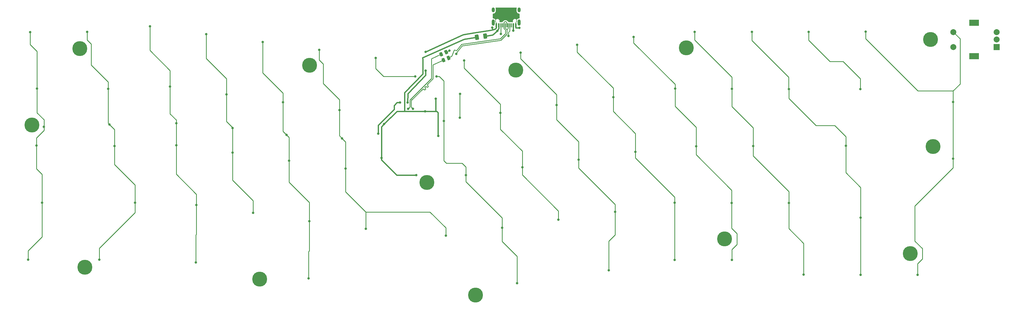
<source format=gtl>
%TF.GenerationSoftware,KiCad,Pcbnew,(5.1.9)-1*%
%TF.CreationDate,2021-06-28T23:02:46+01:00*%
%TF.ProjectId,Paul PCB KICAD,5061756c-2050-4434-9220-4b494341442e,rev?*%
%TF.SameCoordinates,Original*%
%TF.FileFunction,Copper,L1,Top*%
%TF.FilePolarity,Positive*%
%FSLAX46Y46*%
G04 Gerber Fmt 4.6, Leading zero omitted, Abs format (unit mm)*
G04 Created by KiCad (PCBNEW (5.1.9)-1) date 2021-06-28 23:02:46*
%MOMM*%
%LPD*%
G01*
G04 APERTURE LIST*
%TA.AperFunction,ComponentPad*%
%ADD10C,5.000000*%
%TD*%
%TA.AperFunction,ComponentPad*%
%ADD11C,2.000000*%
%TD*%
%TA.AperFunction,ComponentPad*%
%ADD12R,3.200000X2.000000*%
%TD*%
%TA.AperFunction,ComponentPad*%
%ADD13R,2.000000X2.000000*%
%TD*%
%TA.AperFunction,ComponentPad*%
%ADD14O,1.000000X1.600000*%
%TD*%
%TA.AperFunction,ComponentPad*%
%ADD15O,1.000000X2.100000*%
%TD*%
%TA.AperFunction,SMDPad,CuDef*%
%ADD16R,0.300000X1.450000*%
%TD*%
%TA.AperFunction,SMDPad,CuDef*%
%ADD17R,0.600000X1.450000*%
%TD*%
%TA.AperFunction,ViaPad*%
%ADD18C,0.800000*%
%TD*%
%TA.AperFunction,Conductor*%
%ADD19C,0.400000*%
%TD*%
%TA.AperFunction,Conductor*%
%ADD20C,0.200000*%
%TD*%
%TA.AperFunction,Conductor*%
%ADD21C,0.250000*%
%TD*%
%TA.AperFunction,Conductor*%
%ADD22C,0.254000*%
%TD*%
%TA.AperFunction,Conductor*%
%ADD23C,0.100000*%
%TD*%
G04 APERTURE END LIST*
D10*
%TO.P,2.5,1*%
%TO.N,N/C*%
X133136887Y35392650D03*
%TD*%
%TO.P,2.5,1*%
%TO.N,N/C*%
X77258161Y3003314D03*
%TD*%
%TO.P,2.5,1*%
%TO.N,N/C*%
X219885384Y80385180D03*
%TD*%
%TO.P,2.5,1*%
%TO.N,N/C*%
X18906250Y7000000D03*
%TD*%
%TO.P,2.5,1*%
%TO.N,N/C*%
X162859822Y72980677D03*
%TD*%
%TO.P,2.5,1*%
%TO.N,N/C*%
X294750250Y11573500D03*
%TD*%
%TO.P,2.5,1*%
%TO.N,N/C*%
X93981649Y74572360D03*
%TD*%
%TO.P,2.5,1*%
%TO.N,N/C*%
X149396946Y-2325869D03*
%TD*%
%TO.P,2.5,1*%
%TO.N,N/C*%
X302349875Y47386750D03*
%TD*%
%TO.P,2.5,1*%
%TO.N,N/C*%
X17192000Y80200000D03*
%TD*%
%TO.P,2.5,1*%
%TO.N,N/C*%
X232647250Y16524999D03*
%TD*%
%TO.P,2.5,1*%
%TO.N,N/C*%
X301512250Y83200000D03*
%TD*%
%TO.P,2.5,1*%
%TO.N,N/C*%
X1152800Y54625000D03*
%TD*%
D11*
%TO.P,RotaryEncoder1,S1*%
%TO.N,COL14*%
X309080000Y85700000D03*
%TO.P,RotaryEncoder1,S2*%
%TO.N,Rot.Enc.2*%
X309080000Y80700000D03*
D12*
%TO.P,RotaryEncoder1,MP*%
%TO.N,N/C*%
X316080000Y88800000D03*
X316080000Y77600000D03*
D11*
%TO.P,RotaryEncoder1,B*%
%TO.N,Rot.Enc.A*%
X323580000Y85700000D03*
%TO.P,RotaryEncoder1,C*%
%TO.N,Rot.Enc.C*%
X323580000Y83200000D03*
D13*
%TO.P,RotaryEncoder1,A*%
%TO.N,Rot.Enc.B*%
X323580000Y80700000D03*
%TD*%
D14*
%TO.P,USB1,13*%
%TO.N,Net-(C1-Pad2)*%
X155310000Y93080000D03*
X163950000Y93080000D03*
D15*
X155310000Y88900000D03*
X163950000Y88900000D03*
D16*
%TO.P,USB1,6*%
%TO.N,D+*%
X159880000Y87985000D03*
%TO.P,USB1,7*%
%TO.N,D-*%
X159380000Y87985000D03*
%TO.P,USB1,8*%
%TO.N,D+*%
X158880000Y87985000D03*
%TO.P,USB1,5*%
%TO.N,D-*%
X160380000Y87985000D03*
%TO.P,USB1,9*%
%TO.N,Net-(USB1-Pad9)*%
X158380000Y87985000D03*
%TO.P,USB1,4*%
%TO.N,Net-(R2-Pad2)*%
X160880000Y87985000D03*
%TO.P,USB1,10*%
%TO.N,Net-(R3-Pad2)*%
X157880000Y87985000D03*
%TO.P,USB1,3*%
%TO.N,Net-(USB1-Pad3)*%
X161380000Y87985000D03*
D17*
%TO.P,USB1,2*%
%TO.N,VCC*%
X162080000Y87985000D03*
%TO.P,USB1,11*%
X157180000Y87985000D03*
%TO.P,USB1,1*%
%TO.N,GND*%
X162855000Y87985000D03*
%TO.P,USB1,12*%
X156405000Y87985000D03*
%TD*%
%TO.P,R5,2*%
%TO.N,D+*%
%TA.AperFunction,SMDPad,CuDef*%
G36*
G01*
X140109444Y76432963D02*
X139750569Y77258319D01*
G75*
G02*
X139880146Y77587270I229264J99687D01*
G01*
X140361605Y77796614D01*
G75*
G02*
X140690556Y77667037I99687J-229264D01*
G01*
X141049431Y76841681D01*
G75*
G02*
X140919854Y76512730I-229264J-99687D01*
G01*
X140438395Y76303386D01*
G75*
G02*
X140109444Y76432963I-99687J229264D01*
G01*
G37*
%TD.AperFunction*%
%TO.P,R5,1*%
%TO.N,/Data_P*%
%TA.AperFunction,SMDPad,CuDef*%
G36*
G01*
X138435810Y75705245D02*
X138076935Y76530601D01*
G75*
G02*
X138206512Y76859552I229264J99687D01*
G01*
X138687971Y77068896D01*
G75*
G02*
X139016922Y76939319I99687J-229264D01*
G01*
X139375797Y76113963D01*
G75*
G02*
X139246220Y75785012I-229264J-99687D01*
G01*
X138764761Y75575668D01*
G75*
G02*
X138435810Y75705245I-99687J229264D01*
G01*
G37*
%TD.AperFunction*%
%TD*%
%TO.P,R4,2*%
%TO.N,D-*%
%TA.AperFunction,SMDPad,CuDef*%
G36*
G01*
X139309444Y78382963D02*
X138950569Y79208319D01*
G75*
G02*
X139080146Y79537270I229264J99687D01*
G01*
X139561605Y79746614D01*
G75*
G02*
X139890556Y79617037I99687J-229264D01*
G01*
X140249431Y78791681D01*
G75*
G02*
X140119854Y78462730I-229264J-99687D01*
G01*
X139638395Y78253386D01*
G75*
G02*
X139309444Y78382963I-99687J229264D01*
G01*
G37*
%TD.AperFunction*%
%TO.P,R4,1*%
%TO.N,/Data_N*%
%TA.AperFunction,SMDPad,CuDef*%
G36*
G01*
X137635810Y77655245D02*
X137276935Y78480601D01*
G75*
G02*
X137406512Y78809552I229264J99687D01*
G01*
X137887971Y79018896D01*
G75*
G02*
X138216922Y78889319I99687J-229264D01*
G01*
X138575797Y78063963D01*
G75*
G02*
X138446220Y77735012I-229264J-99687D01*
G01*
X137964761Y77525668D01*
G75*
G02*
X137635810Y77655245I-99687J229264D01*
G01*
G37*
%TD.AperFunction*%
%TD*%
%TO.P,F1,2*%
%TO.N,VCC*%
%TA.AperFunction,SMDPad,CuDef*%
G36*
G01*
X152118066Y83644100D02*
X151944099Y84881935D01*
G75*
G02*
X152156873Y85164295I247567J34793D01*
G01*
X152899574Y85268674D01*
G75*
G02*
X153181934Y85055900I34793J-247567D01*
G01*
X153355901Y83818065D01*
G75*
G02*
X153143127Y83535705I-247567J-34793D01*
G01*
X152400426Y83431326D01*
G75*
G02*
X152118066Y83644100I-34793J247567D01*
G01*
G37*
%TD.AperFunction*%
%TO.P,F1,1*%
%TO.N,+5V*%
%TA.AperFunction,SMDPad,CuDef*%
G36*
G01*
X149345316Y83254416D02*
X149171349Y84492251D01*
G75*
G02*
X149384123Y84774611I247567J34793D01*
G01*
X150126824Y84878990D01*
G75*
G02*
X150409184Y84666216I34793J-247567D01*
G01*
X150583151Y83428381D01*
G75*
G02*
X150370377Y83146021I-247567J-34793D01*
G01*
X149627676Y83041642D01*
G75*
G02*
X149345316Y83254416I-34793J247567D01*
G01*
G37*
%TD.AperFunction*%
%TD*%
D18*
%TO.N,+5V*%
X118000000Y43600000D03*
X118900000Y54900000D03*
X129600000Y37800000D03*
X136950000Y50950000D03*
X132570000Y59170000D03*
X136100000Y63400000D03*
%TO.N,GND*%
X126750000Y62100000D03*
X124200000Y62100000D03*
X116900000Y51700000D03*
X132750000Y72800000D03*
X132713878Y79061122D03*
X154992414Y87192414D03*
X164101262Y87126262D03*
%TO.N,VCC*%
X156725000Y86125000D03*
X162075000Y86150000D03*
%TO.N,COL0*%
X585000Y85685000D03*
X2875000Y66775000D03*
X2700000Y47750000D03*
X4600000Y28585000D03*
X-105000Y9520000D03*
X5190000Y53970000D03*
%TO.N,D-*%
X140700000Y79475000D03*
X143019117Y78380883D03*
%TO.N,COL4*%
X93650000Y3300000D03*
X93900000Y22450000D03*
X87100000Y42650000D03*
X85100000Y62200000D03*
X78300000Y82350000D03*
X86230000Y51320000D03*
%TO.N,Net-(R2-Pad2)*%
X160450000Y84375000D03*
%TO.N,Net-(R3-Pad2)*%
X157875000Y85100000D03*
%TO.N,COL1*%
X23735000Y9585000D03*
X35635000Y28580000D03*
X28805000Y47600000D03*
X26685000Y66685000D03*
X19625000Y85750000D03*
X27055000Y54795000D03*
%TO.N,COL2*%
X55950000Y8600000D03*
X56150000Y27800000D03*
X49400000Y47850000D03*
X47350000Y67500000D03*
X40600000Y87650000D03*
X49400000Y55180000D03*
%TO.N,COL3*%
X75100000Y25200000D03*
X68250000Y45400000D03*
X66200000Y64850000D03*
X59400000Y85000000D03*
X68250000Y53610000D03*
%TO.N,COL5*%
X139500000Y17600000D03*
X112750000Y19850000D03*
X106000000Y40000000D03*
X103950000Y59550000D03*
X97200000Y79700000D03*
X104840000Y50110000D03*
%TO.N,COL6*%
X163300000Y1700000D03*
X158300000Y20250000D03*
X146200000Y37800000D03*
X138850000Y55950000D03*
X116050000Y77050000D03*
X136350000Y70850000D03*
X129250000Y70850000D03*
%TO.N,COL7*%
X177150000Y22900000D03*
X165050000Y40450000D03*
X157750000Y58650000D03*
X145650000Y76200000D03*
%TO.N,COL8*%
X193950000Y6000000D03*
X196050000Y25550000D03*
X183900000Y43000000D03*
X176550000Y61300000D03*
X164500000Y78800000D03*
%TO.N,COL9*%
X216000000Y9500000D03*
X216000000Y28600000D03*
X202850000Y45650000D03*
X195450000Y63950000D03*
X183400000Y81450000D03*
%TO.N,COL10*%
X235100000Y9500000D03*
X235050000Y28500000D03*
X223150000Y47500000D03*
X216100000Y66750000D03*
X202250000Y84100000D03*
%TO.N,COL11*%
X259100000Y4600000D03*
X254150000Y28550000D03*
X242200000Y47550000D03*
X235100000Y66700000D03*
X222650000Y85750000D03*
%TO.N,COL12*%
X278150000Y4500000D03*
X278150000Y23650000D03*
X273200000Y47650000D03*
X254150000Y66650000D03*
X241800000Y85750000D03*
%TO.N,COL13*%
X278000000Y66650000D03*
X260800000Y85750000D03*
%TO.N,COL14*%
X297150000Y4500000D03*
X309050000Y43300000D03*
X309000000Y62300000D03*
X279850000Y85800000D03*
%TO.N,/Reset*%
X144250000Y65050000D03*
X144200000Y57023458D03*
%TO.N,/Data_N*%
X126910000Y60050000D03*
%TO.N,/Data_P*%
X128500000Y60040000D03*
%TD*%
D19*
%TO.N,+5V*%
X131810000Y76530000D02*
X131840000Y71710000D01*
X131840000Y71710000D02*
X125730000Y65460000D01*
X125730000Y65460000D02*
X125730000Y59170000D01*
X123170000Y59170000D02*
X125730000Y59170000D01*
X118000000Y54000000D02*
X118900000Y54900000D01*
X118000000Y42900000D02*
X118000000Y43600000D01*
X123100000Y37800000D02*
X118000000Y42900000D01*
X118000000Y43600000D02*
X118000000Y54000000D01*
X118900000Y54900000D02*
X123170000Y59170000D01*
X123100000Y37800000D02*
X129600000Y37800000D01*
X129600000Y37800000D02*
X129700000Y37800000D01*
X129600000Y37800000D02*
X129600000Y37800000D01*
X136900000Y51000000D02*
X136950000Y50950000D01*
X136900000Y58740000D02*
X136900000Y51000000D01*
X136470000Y59170000D02*
X136900000Y58740000D01*
X125730000Y59170000D02*
X132570000Y59170000D01*
X136100000Y59200000D02*
X136070000Y59170000D01*
X136100000Y63400000D02*
X136100000Y59200000D01*
X136070000Y59170000D02*
X136470000Y59170000D01*
X132570000Y59170000D02*
X136070000Y59170000D01*
X149877250Y83960316D02*
X145625000Y83275000D01*
X145625000Y83275000D02*
X131750000Y77075000D01*
X131750000Y77075000D02*
X131810000Y76530000D01*
%TO.N,GND*%
X132750000Y71700000D02*
X132750000Y71300000D01*
X132750000Y71300000D02*
X126800000Y65100000D01*
X126800000Y65100000D02*
X126750000Y62100000D01*
X126750000Y62100000D02*
X126750000Y62100000D01*
X124200000Y62100000D02*
X123200000Y62100000D01*
X123200000Y62100000D02*
X122250000Y61150000D01*
X122250000Y61150000D02*
X122250000Y59850000D01*
X122250000Y59850000D02*
X116900000Y54500000D01*
X116900000Y54500000D02*
X116900000Y51700000D01*
X116900000Y51700000D02*
X116900000Y51700000D01*
X132750000Y72800000D02*
X132750000Y71700000D01*
D20*
X156405000Y88839998D02*
X156114999Y89129999D01*
X156405000Y87985000D02*
X156405000Y88839998D01*
X163145001Y89145001D02*
X162850000Y88850000D01*
X162855000Y88845000D02*
X162855000Y87985000D01*
X162850000Y88850000D02*
X162855000Y88845000D01*
X163145001Y89145001D02*
X163145001Y91445001D01*
X156114999Y89129999D02*
X156114999Y91414999D01*
D19*
X156405000Y87985000D02*
X156405000Y87080000D01*
X156405000Y87080000D02*
X155925000Y86650000D01*
X154275000Y86275000D02*
X148725000Y85400000D01*
X148725000Y85400000D02*
X145300000Y84800000D01*
X145300000Y84800000D02*
X132713878Y79061122D01*
X155110185Y86464815D02*
X154992414Y87192414D01*
X155925000Y86650000D02*
X155110185Y86464815D01*
X155110185Y86464815D02*
X154275000Y86275000D01*
X164101262Y87126262D02*
X162850000Y87125000D01*
X162850000Y87125000D02*
X162855000Y87985000D01*
%TO.N,VCC*%
X157180000Y87985000D02*
X157175000Y86975000D01*
X157175000Y86975000D02*
X156725000Y86125000D01*
X156725000Y86125000D02*
X155151412Y84723588D01*
X155151412Y84723588D02*
X152650000Y84350000D01*
X156725000Y86125000D02*
X156725000Y86125000D01*
X162080000Y87985000D02*
X162075000Y86150000D01*
X162075000Y86150000D02*
X162075000Y86150000D01*
D21*
%TO.N,COL0*%
X-105000Y12495000D02*
X-105000Y9520000D01*
X4585000Y17185000D02*
X-105000Y12495000D01*
X4585000Y28570000D02*
X4585000Y17185000D01*
X2875000Y79225000D02*
X2875000Y66775000D01*
X585000Y81515000D02*
X2875000Y79225000D01*
X585000Y85720000D02*
X585000Y85685000D01*
X585000Y85685000D02*
X585000Y81515000D01*
X4600000Y38050000D02*
X4600000Y28585000D01*
X5200000Y52800000D02*
X2700000Y50300000D01*
X5200000Y56350000D02*
X5200000Y54050000D01*
X2700000Y50300000D02*
X2700000Y47750000D01*
X2875000Y58675000D02*
X5200000Y56350000D01*
X2700000Y39950000D02*
X4600000Y38050000D01*
X2875000Y66775000D02*
X2875000Y58675000D01*
X2700000Y47750000D02*
X2700000Y39950000D01*
X4600000Y28585000D02*
X4600000Y28585000D01*
X-105000Y9520000D02*
X-105000Y9520000D01*
X5200000Y54050000D02*
X5200000Y52800000D01*
%TO.N,D-*%
X159355001Y87960001D02*
X159380000Y87985000D01*
X160380000Y87730000D02*
X160355001Y87705001D01*
X160380000Y87985000D02*
X160380000Y87730000D01*
X159880002Y86525000D02*
X159355001Y87050001D01*
X159355001Y87050001D02*
X159355001Y87960001D01*
X160355001Y87705001D02*
X160355001Y86999999D01*
X160355001Y86999999D02*
X159880002Y86525000D01*
X142925000Y78175000D02*
X142925000Y78175000D01*
X143019117Y78380883D02*
X142925000Y78175000D01*
X140700000Y79475000D02*
X139600000Y79000000D01*
X143325000Y79050000D02*
X143019117Y78380883D01*
X157893200Y82975000D02*
X144950000Y81125000D01*
X159880002Y86525000D02*
X159880002Y84961802D01*
X159880002Y84961802D02*
X157893200Y82975000D01*
X144950000Y81125000D02*
X143325000Y79050000D01*
%TO.N,D+*%
X158880000Y87830000D02*
X158875000Y87825000D01*
X158880000Y87985000D02*
X158880000Y87830000D01*
X158880000Y87985000D02*
X158900000Y89000000D01*
X158900000Y89000000D02*
X159250000Y89250000D01*
X159250000Y89250000D02*
X159500000Y89250000D01*
X159500000Y89250000D02*
X159875000Y89000000D01*
X159875000Y89000000D02*
X159880000Y87985000D01*
X158880000Y87985000D02*
X158880000Y86920000D01*
X159454992Y85173192D02*
X157706800Y83425000D01*
X158880000Y86920000D02*
X159454992Y86345008D01*
X143075000Y79475000D02*
X142335000Y79735000D01*
X157706800Y83425000D02*
X144750000Y81575000D01*
X144750000Y81575000D02*
X144650000Y81550000D01*
X141450000Y77600000D02*
X140400000Y77050000D01*
X159454992Y86345008D02*
X159454992Y85173192D01*
X142335000Y79735000D02*
X141450000Y77600000D01*
X143075000Y79475000D02*
X144650000Y81550000D01*
%TO.N,COL4*%
X78300000Y82350000D02*
X78300000Y72050000D01*
X85100000Y65250000D02*
X85100000Y62200000D01*
X78300000Y72050000D02*
X85100000Y65250000D01*
X85100000Y62200000D02*
X85100000Y52450000D01*
X87100000Y50450000D02*
X87100000Y42650000D01*
X85100000Y52450000D02*
X86230000Y51320000D01*
X87100000Y42650000D02*
X87100000Y35450000D01*
X93900000Y28650000D02*
X93900000Y22450000D01*
X87100000Y35450000D02*
X93900000Y28650000D01*
X93900000Y22450000D02*
X93900000Y12550000D01*
X93650000Y12300000D02*
X93650000Y3300000D01*
X93900000Y12550000D02*
X93650000Y12300000D01*
X86230000Y51320000D02*
X87100000Y50450000D01*
%TO.N,Net-(R2-Pad2)*%
X160880000Y87985000D02*
X160875000Y86125000D01*
X160875000Y86125000D02*
X160450000Y85625000D01*
X160450000Y85625000D02*
X160450000Y84375000D01*
%TO.N,Net-(R3-Pad2)*%
X157880000Y87985000D02*
X157875000Y85100000D01*
X157875000Y85100000D02*
X157875000Y85100000D01*
%TO.N,COL1*%
X19625000Y83025000D02*
X20950000Y81700000D01*
X20950000Y81700000D02*
X20950000Y74700000D01*
X26685000Y68965000D02*
X26685000Y66685000D01*
X20950000Y74700000D02*
X26685000Y68965000D01*
X26685000Y66680000D02*
X26685000Y55165000D01*
X28805000Y53045000D02*
X28805000Y47600000D01*
X26685000Y55165000D02*
X27055000Y54795000D01*
X28805000Y47600000D02*
X28805000Y41395000D01*
X35635000Y34565000D02*
X35635000Y28580000D01*
X28805000Y41395000D02*
X35635000Y34565000D01*
X35635000Y28580000D02*
X35635000Y25285000D01*
X23735000Y13385000D02*
X23735000Y9585000D01*
X35635000Y25285000D02*
X23735000Y13385000D01*
X19625000Y85750000D02*
X19625000Y83025000D01*
X27055000Y54795000D02*
X28805000Y53045000D01*
%TO.N,COL2*%
X40600000Y87650000D02*
X40600000Y79550000D01*
X47350000Y72800000D02*
X47350000Y67500000D01*
X40600000Y79550000D02*
X47350000Y72800000D01*
X47350000Y67500000D02*
X47350000Y58300000D01*
X49400000Y56250000D02*
X49400000Y55180000D01*
X47350000Y58300000D02*
X49400000Y56250000D01*
X49400000Y47850000D02*
X49400000Y38150000D01*
X56150000Y31400000D02*
X56150000Y27800000D01*
X49400000Y38150000D02*
X56150000Y31400000D01*
X56150000Y27800000D02*
X56150000Y18050000D01*
X55950000Y17850000D02*
X55950000Y8600000D01*
X56150000Y18050000D02*
X55950000Y17850000D01*
X49400000Y55180000D02*
X49400000Y47850000D01*
%TO.N,COL3*%
X59400000Y85000000D02*
X59400000Y76850000D01*
X66200000Y70050000D02*
X66200000Y64850000D01*
X59400000Y76850000D02*
X66200000Y70050000D01*
X66200000Y64850000D02*
X66200000Y55800000D01*
X68250000Y53750000D02*
X68250000Y53610000D01*
X66200000Y55800000D02*
X68250000Y53750000D01*
X68250000Y45400000D02*
X68250000Y36100000D01*
X75100000Y29250000D02*
X75100000Y25200000D01*
X68250000Y36100000D02*
X75100000Y29250000D01*
X68250000Y53610000D02*
X68250000Y45400000D01*
%TO.N,COL5*%
X103950000Y63050000D02*
X103950000Y59550000D01*
X98550000Y68450000D02*
X103950000Y63050000D01*
X98550000Y75000000D02*
X98550000Y68450000D01*
X97200000Y76350000D02*
X98550000Y75000000D01*
X97200000Y79700000D02*
X97200000Y76350000D01*
X103950000Y59550000D02*
X103950000Y51000000D01*
X106000000Y48950000D02*
X106000000Y40000000D01*
X103950000Y51000000D02*
X104840000Y50110000D01*
X106000000Y40000000D02*
X106000000Y32250000D01*
X112750000Y25500000D02*
X112750000Y19850000D01*
X106000000Y32250000D02*
X112750000Y25500000D01*
X112750000Y25500000D02*
X134200000Y25500000D01*
X139500000Y20200000D02*
X139500000Y17600000D01*
X134200000Y25500000D02*
X139500000Y20200000D01*
X104840000Y50110000D02*
X106000000Y48950000D01*
%TO.N,COL6*%
X116050000Y77050000D02*
X116050000Y74110435D01*
X116050000Y74110435D02*
X116050000Y73450000D01*
X116050000Y73450000D02*
X118650000Y70850000D01*
X136350000Y70850000D02*
X137350000Y70850000D01*
X138850000Y69350000D02*
X138850000Y55950000D01*
X137350000Y70850000D02*
X138850000Y69350000D01*
X118650000Y70850000D02*
X118650000Y70850000D01*
X146200000Y37800000D02*
X146200000Y35650000D01*
X158300000Y23550000D02*
X158300000Y20250000D01*
X146200000Y35650000D02*
X158300000Y23550000D01*
X158300000Y20250000D02*
X158300000Y15650000D01*
X163300000Y10650000D02*
X163300000Y1700000D01*
X158300000Y15650000D02*
X163300000Y10650000D01*
X138850000Y42690364D02*
X139690364Y41850000D01*
X138850000Y55950000D02*
X138850000Y42690364D01*
X139690364Y41850000D02*
X144900000Y41850000D01*
X146200000Y40550000D02*
X146200000Y37800000D01*
X144900000Y41850000D02*
X146200000Y40550000D01*
X118650000Y70850000D02*
X129250000Y70850000D01*
X129250000Y70850000D02*
X129250000Y70850000D01*
%TO.N,COL7*%
X145650000Y73650000D02*
X157750000Y61550000D01*
X157750000Y61550000D02*
X157750000Y58650000D01*
X145650000Y76200000D02*
X145650000Y73650000D01*
X157750000Y58650000D02*
X157750000Y53150000D01*
X165050000Y45850000D02*
X165050000Y40450000D01*
X157750000Y53150000D02*
X165050000Y45850000D01*
X165050000Y40450000D02*
X165050000Y37900000D01*
X177150000Y25800000D02*
X177150000Y22900000D01*
X165050000Y37900000D02*
X177150000Y25800000D01*
%TO.N,COL8*%
X164500000Y78800000D02*
X164500000Y76800000D01*
X176550000Y64750000D02*
X176550000Y61300000D01*
X164500000Y76800000D02*
X176550000Y64750000D01*
X176550000Y61300000D02*
X176550000Y56400000D01*
X183900000Y49050000D02*
X183900000Y43000000D01*
X176550000Y56400000D02*
X183900000Y49050000D01*
X183900000Y43000000D02*
X183900000Y40200000D01*
X196050000Y28050000D02*
X196050000Y25550000D01*
X183900000Y40200000D02*
X196050000Y28050000D01*
X196050000Y25550000D02*
X196050000Y17850000D01*
X193950000Y15750000D02*
X193950000Y6000000D01*
X196050000Y17850000D02*
X193950000Y15750000D01*
%TO.N,COL9*%
X183400000Y81450000D02*
X183400000Y79000000D01*
X195450000Y66950000D02*
X195450000Y63950000D01*
X183400000Y79000000D02*
X195450000Y66950000D01*
X195450000Y63950000D02*
X195450000Y59150000D01*
X202850000Y51750000D02*
X202850000Y45650000D01*
X195450000Y59150000D02*
X202850000Y51750000D01*
X202850000Y45650000D02*
X202850000Y43600000D01*
X216000000Y30450000D02*
X216000000Y28600000D01*
X202850000Y43600000D02*
X216000000Y30450000D01*
X216000000Y28600000D02*
X216000000Y9500000D01*
%TO.N,COL10*%
X202250000Y84100000D02*
X202250000Y82050000D01*
X216100000Y68200000D02*
X216100000Y66750000D01*
X202250000Y82050000D02*
X216100000Y68200000D01*
X216100000Y66750000D02*
X216100000Y60850000D01*
X223150000Y53800000D02*
X223150000Y47500000D01*
X216100000Y60850000D02*
X223150000Y53800000D01*
X223150000Y47500000D02*
X223150000Y44650000D01*
X235050000Y32750000D02*
X235050000Y28500000D01*
X223150000Y44650000D02*
X235050000Y32750000D01*
X235050000Y28500000D02*
X235050000Y20050000D01*
X235050000Y20050000D02*
X236800000Y18300000D01*
X236800000Y18300000D02*
X236800000Y14600000D01*
X235100000Y12900000D02*
X235100000Y9500000D01*
X236800000Y14600000D02*
X235100000Y12900000D01*
%TO.N,COL11*%
X222650000Y85750000D02*
X222650000Y83050000D01*
X235100000Y70600000D02*
X235100000Y66700000D01*
X222650000Y83050000D02*
X235100000Y70600000D01*
X235100000Y66700000D02*
X235100000Y60800000D01*
X242200000Y53700000D02*
X242200000Y47550000D01*
X235100000Y60800000D02*
X242200000Y53700000D01*
X242200000Y47550000D02*
X242200000Y44250000D01*
X254150000Y32300000D02*
X254150000Y28550000D01*
X242200000Y44250000D02*
X254150000Y32300000D01*
X254150000Y28550000D02*
X254150000Y19950000D01*
X259100000Y15000000D02*
X259100000Y4600000D01*
X254150000Y19950000D02*
X259100000Y15000000D01*
%TO.N,COL12*%
X241800000Y85750000D02*
X241800000Y82850000D01*
X241800000Y82850000D02*
X254050000Y70600000D01*
X254050000Y66750000D02*
X254150000Y66650000D01*
X254050000Y70600000D02*
X254050000Y66750000D01*
X273200000Y50700000D02*
X273200000Y47650000D01*
X269450000Y54450000D02*
X273200000Y50700000D01*
X263227978Y54450000D02*
X269450000Y54450000D01*
X254150000Y63527978D02*
X263227978Y54450000D01*
X254150000Y66650000D02*
X254150000Y63527978D01*
X273200000Y47650000D02*
X273200000Y38650000D01*
X278150000Y33700000D02*
X278150000Y23650000D01*
X273200000Y38650000D02*
X278150000Y33700000D01*
X278150000Y23650000D02*
X278150000Y4500000D01*
%TO.N,COL13*%
X260800000Y85750000D02*
X260800000Y82950000D01*
X260800000Y82950000D02*
X267900000Y75850000D01*
X267900000Y75850000D02*
X272250000Y75850000D01*
X278000000Y70100000D02*
X278000000Y66650000D01*
X272250000Y75850000D02*
X278000000Y70100000D01*
%TO.N,COL14*%
X309080000Y85700000D02*
X311350000Y83430000D01*
X311350000Y83430000D02*
X311350000Y68350000D01*
X309000000Y66000000D02*
X309000000Y62300000D01*
X311350000Y68350000D02*
X309000000Y66000000D01*
X309000000Y43350000D02*
X309050000Y43300000D01*
X309000000Y62300000D02*
X309000000Y43350000D01*
X298750000Y9800000D02*
X297150000Y8200000D01*
X298750000Y13250000D02*
X298750000Y9800000D01*
X296250000Y15750000D02*
X298750000Y13250000D01*
X296250000Y27500000D02*
X296250000Y15750000D01*
X309050000Y40300000D02*
X296250000Y27500000D01*
X297150000Y8200000D02*
X297150000Y4500000D01*
X309050000Y43300000D02*
X309050000Y40300000D01*
X297285248Y66000000D02*
X309000000Y66000000D01*
X279850000Y83435248D02*
X297285248Y66000000D01*
X279850000Y85800000D02*
X279850000Y83435248D01*
%TO.N,/Reset*%
X144200000Y65000000D02*
X144250000Y65050000D01*
X144200000Y57023458D02*
X144200000Y65000000D01*
D20*
%TO.N,/Data_N*%
X126910000Y60050000D02*
X126910000Y60050000D01*
D21*
X134732638Y76817362D02*
X137926366Y78272282D01*
X134730000Y70208200D02*
X134730000Y76573200D01*
X127485000Y62963200D02*
X134730000Y70208200D01*
X127485000Y60625000D02*
X127485000Y62963200D01*
X126910000Y60050000D02*
X127485000Y60625000D01*
X134730000Y76573200D02*
X134732638Y76817362D01*
D20*
%TO.N,/Data_P*%
X128500000Y60040000D02*
X128500000Y60040000D01*
D21*
X135200000Y74725000D02*
X138726366Y76322282D01*
X135200000Y73425000D02*
X135200000Y74725000D01*
X135210000Y70051800D02*
X135200000Y73425000D01*
X133413656Y68255456D02*
X135210000Y70051800D01*
X133371770Y68202933D02*
X133413656Y68255456D01*
X133342622Y68142407D02*
X133371770Y68202933D01*
X133327673Y68076913D02*
X133342622Y68142407D01*
X133327673Y68009734D02*
X133327673Y68076913D01*
X132718473Y66669577D02*
X132718473Y66736756D01*
X132632492Y66491035D02*
X132674377Y66543557D01*
X132494094Y67095711D02*
X132479145Y67161206D01*
X133567001Y67518105D02*
X133567001Y67585284D01*
X132386771Y66405053D02*
X132453950Y66405053D01*
X132674377Y66862776D02*
X132632492Y66915299D01*
X132321276Y66420002D02*
X132386771Y66405053D01*
X132579970Y66449150D02*
X132632492Y66491035D01*
X128500000Y60040000D02*
X127935000Y60605000D01*
X132674377Y66543557D02*
X132703524Y66604083D01*
X127935000Y60605000D02*
X127935000Y62776800D01*
X127935000Y62776800D02*
X131716600Y66558400D01*
X131716600Y66558400D02*
X131769122Y66600285D01*
X131769122Y66600285D02*
X131829648Y66629432D01*
X131829648Y66629432D02*
X131895142Y66644381D01*
X132632492Y66915299D02*
X132565127Y66982663D01*
X131895142Y66644381D02*
X131962321Y66644381D01*
X132523242Y67035186D02*
X132494094Y67095711D01*
X133371770Y67883714D02*
X133342622Y67944239D01*
X131962321Y66644381D02*
X132027815Y66629432D01*
X132565127Y66982663D02*
X132523242Y67035186D01*
X133413655Y67831191D02*
X133371770Y67883714D01*
X132027815Y66629432D02*
X132088341Y66600285D01*
X132718473Y66736756D02*
X132703524Y66802250D01*
X132088341Y66600285D02*
X132140864Y66558400D01*
X132140864Y66558400D02*
X132208228Y66491035D01*
X132703524Y66802250D02*
X132674377Y66862776D01*
X132208228Y66491035D02*
X132260751Y66449150D01*
X132703524Y66604083D02*
X132718473Y66669577D01*
X132260751Y66449150D02*
X132321276Y66420002D01*
X132479145Y67161206D02*
X132479145Y67228385D01*
X133342622Y67944239D02*
X133327673Y68009734D01*
X132479145Y67228385D02*
X132494094Y67293879D01*
X133552052Y67650778D02*
X133522905Y67711304D01*
X132494094Y67293879D02*
X132523242Y67354405D01*
X133567001Y67585284D02*
X133552052Y67650778D01*
X132523242Y67354405D02*
X132565128Y67406928D01*
X132565128Y67406928D02*
X132617650Y67448813D01*
X133481020Y67763827D02*
X133413655Y67831191D01*
X132617650Y67448813D02*
X132678176Y67477960D01*
X132678176Y67477960D02*
X132743670Y67492909D01*
X132743670Y67492909D02*
X132810849Y67492909D01*
X132810849Y67492909D02*
X132876343Y67477960D01*
X133522905Y67711304D02*
X133481020Y67763827D01*
X132453950Y66405053D02*
X132519444Y66420002D01*
X132876343Y67477960D02*
X132936869Y67448813D01*
X132936869Y67448813D02*
X132989392Y67406928D01*
X132989392Y67406928D02*
X133056756Y67339563D01*
X133056756Y67339563D02*
X133109279Y67297678D01*
X133109279Y67297678D02*
X133169804Y67268530D01*
X133169804Y67268530D02*
X133235299Y67253581D01*
X133235299Y67253581D02*
X133302478Y67253581D01*
X133302478Y67253581D02*
X133367972Y67268530D01*
X132519444Y66420002D02*
X132579970Y66449150D01*
X133367972Y67268530D02*
X133428498Y67297678D01*
X133428498Y67297678D02*
X133481020Y67339563D01*
X133481020Y67339563D02*
X133522905Y67392085D01*
X133522905Y67392085D02*
X133552052Y67452611D01*
X133552052Y67452611D02*
X133567001Y67518105D01*
%TD*%
D22*
%TO.N,GND*%
X163043004Y93755691D02*
X162987137Y93571525D01*
X162973000Y93427993D01*
X162973000Y92732008D01*
X162987137Y92588476D01*
X163043003Y92404310D01*
X163133724Y92234582D01*
X163255814Y92085814D01*
X163404582Y91963724D01*
X163574309Y91873003D01*
X163758475Y91817137D01*
X163950000Y91798273D01*
X163965486Y91799798D01*
X163988350Y90427950D01*
X163950000Y90431727D01*
X163758476Y90412863D01*
X163574310Y90356997D01*
X163404583Y90266276D01*
X163255815Y90144186D01*
X163133725Y89995418D01*
X163118070Y89966129D01*
X163031245Y90052954D01*
X162899890Y90140724D01*
X162753935Y90201180D01*
X162598990Y90232000D01*
X162441010Y90232000D01*
X162286065Y90201180D01*
X162140110Y90140724D01*
X162008755Y90052954D01*
X161897046Y89941245D01*
X161809276Y89809890D01*
X161748820Y89663935D01*
X161718000Y89508990D01*
X161718000Y89351010D01*
X161748820Y89196065D01*
X161752732Y89186621D01*
X161686492Y89180097D01*
X161655000Y89170544D01*
X161623508Y89180097D01*
X161530000Y89189307D01*
X161230000Y89189307D01*
X161136492Y89180097D01*
X161130000Y89178128D01*
X161123508Y89180097D01*
X161030000Y89189307D01*
X160730000Y89189307D01*
X160636492Y89180097D01*
X160630000Y89178128D01*
X160623508Y89180097D01*
X160530000Y89189307D01*
X160446645Y89189307D01*
X160433623Y89232075D01*
X160433065Y89233117D01*
X160432718Y89234240D01*
X160405135Y89285238D01*
X160377614Y89336597D01*
X160376864Y89337510D01*
X160376304Y89338544D01*
X160339314Y89383166D01*
X160302289Y89428184D01*
X160301374Y89428933D01*
X160300624Y89429838D01*
X160255491Y89466508D01*
X160233529Y89484493D01*
X160232560Y89485139D01*
X160208589Y89504615D01*
X160183347Y89517947D01*
X159858796Y89734316D01*
X159836071Y89752966D01*
X159809586Y89767122D01*
X159809329Y89767294D01*
X159784086Y89780753D01*
X159731490Y89808866D01*
X159731181Y89808960D01*
X159730905Y89809107D01*
X159674956Y89826015D01*
X159618012Y89843289D01*
X159617695Y89843320D01*
X159617391Y89843412D01*
X159559015Y89849100D01*
X159529566Y89852000D01*
X159529246Y89852000D01*
X159499368Y89854911D01*
X159470127Y89852000D01*
X159270140Y89852000D01*
X159231128Y89854617D01*
X159181662Y89848181D01*
X159131988Y89843289D01*
X159122924Y89840539D01*
X159113536Y89839318D01*
X159066267Y89823353D01*
X159018510Y89808866D01*
X159010159Y89804402D01*
X159001187Y89801372D01*
X158957935Y89776488D01*
X158913929Y89752966D01*
X158883695Y89728153D01*
X158586675Y89515996D01*
X158573903Y89509489D01*
X158538527Y89481604D01*
X158526036Y89472682D01*
X158515298Y89463294D01*
X158480773Y89436080D01*
X158470752Y89424349D01*
X158459128Y89414186D01*
X158432301Y89379335D01*
X158403753Y89345914D01*
X158396212Y89332450D01*
X158386795Y89320217D01*
X158367291Y89280818D01*
X158345803Y89242455D01*
X158341031Y89227771D01*
X158334185Y89213942D01*
X158327544Y89189307D01*
X158230000Y89189307D01*
X158136492Y89180097D01*
X158130000Y89178128D01*
X158123508Y89180097D01*
X158030000Y89189307D01*
X157730000Y89189307D01*
X157636492Y89180097D01*
X157605000Y89170544D01*
X157573508Y89180097D01*
X157507268Y89186621D01*
X157511180Y89196065D01*
X157542000Y89351010D01*
X157542000Y89508990D01*
X157511180Y89663935D01*
X157450724Y89809890D01*
X157362954Y89941245D01*
X157251245Y90052954D01*
X157119890Y90140724D01*
X156973935Y90201180D01*
X156818990Y90232000D01*
X156661010Y90232000D01*
X156506065Y90201180D01*
X156360110Y90140724D01*
X156228755Y90052954D01*
X156141931Y89966130D01*
X156126276Y89995418D01*
X156004186Y90144186D01*
X155855418Y90266276D01*
X155685691Y90356997D01*
X155501525Y90412863D01*
X155310000Y90431727D01*
X155277000Y90428477D01*
X155277000Y91801523D01*
X155310000Y91798273D01*
X155501524Y91817137D01*
X155685690Y91873003D01*
X155855418Y91963724D01*
X156004186Y92085814D01*
X156126276Y92234582D01*
X156216997Y92404309D01*
X156272863Y92588475D01*
X156287000Y92732007D01*
X156287000Y93427992D01*
X156272863Y93571524D01*
X156216997Y93755691D01*
X156188369Y93809251D01*
X163071632Y93809251D01*
X163043004Y93755691D01*
%TA.AperFunction,Conductor*%
D23*
G36*
X163043004Y93755691D02*
G01*
X162987137Y93571525D01*
X162973000Y93427993D01*
X162973000Y92732008D01*
X162987137Y92588476D01*
X163043003Y92404310D01*
X163133724Y92234582D01*
X163255814Y92085814D01*
X163404582Y91963724D01*
X163574309Y91873003D01*
X163758475Y91817137D01*
X163950000Y91798273D01*
X163965486Y91799798D01*
X163988350Y90427950D01*
X163950000Y90431727D01*
X163758476Y90412863D01*
X163574310Y90356997D01*
X163404583Y90266276D01*
X163255815Y90144186D01*
X163133725Y89995418D01*
X163118070Y89966129D01*
X163031245Y90052954D01*
X162899890Y90140724D01*
X162753935Y90201180D01*
X162598990Y90232000D01*
X162441010Y90232000D01*
X162286065Y90201180D01*
X162140110Y90140724D01*
X162008755Y90052954D01*
X161897046Y89941245D01*
X161809276Y89809890D01*
X161748820Y89663935D01*
X161718000Y89508990D01*
X161718000Y89351010D01*
X161748820Y89196065D01*
X161752732Y89186621D01*
X161686492Y89180097D01*
X161655000Y89170544D01*
X161623508Y89180097D01*
X161530000Y89189307D01*
X161230000Y89189307D01*
X161136492Y89180097D01*
X161130000Y89178128D01*
X161123508Y89180097D01*
X161030000Y89189307D01*
X160730000Y89189307D01*
X160636492Y89180097D01*
X160630000Y89178128D01*
X160623508Y89180097D01*
X160530000Y89189307D01*
X160446645Y89189307D01*
X160433623Y89232075D01*
X160433065Y89233117D01*
X160432718Y89234240D01*
X160405135Y89285238D01*
X160377614Y89336597D01*
X160376864Y89337510D01*
X160376304Y89338544D01*
X160339314Y89383166D01*
X160302289Y89428184D01*
X160301374Y89428933D01*
X160300624Y89429838D01*
X160255491Y89466508D01*
X160233529Y89484493D01*
X160232560Y89485139D01*
X160208589Y89504615D01*
X160183347Y89517947D01*
X159858796Y89734316D01*
X159836071Y89752966D01*
X159809586Y89767122D01*
X159809329Y89767294D01*
X159784086Y89780753D01*
X159731490Y89808866D01*
X159731181Y89808960D01*
X159730905Y89809107D01*
X159674956Y89826015D01*
X159618012Y89843289D01*
X159617695Y89843320D01*
X159617391Y89843412D01*
X159559015Y89849100D01*
X159529566Y89852000D01*
X159529246Y89852000D01*
X159499368Y89854911D01*
X159470127Y89852000D01*
X159270140Y89852000D01*
X159231128Y89854617D01*
X159181662Y89848181D01*
X159131988Y89843289D01*
X159122924Y89840539D01*
X159113536Y89839318D01*
X159066267Y89823353D01*
X159018510Y89808866D01*
X159010159Y89804402D01*
X159001187Y89801372D01*
X158957935Y89776488D01*
X158913929Y89752966D01*
X158883695Y89728153D01*
X158586675Y89515996D01*
X158573903Y89509489D01*
X158538527Y89481604D01*
X158526036Y89472682D01*
X158515298Y89463294D01*
X158480773Y89436080D01*
X158470752Y89424349D01*
X158459128Y89414186D01*
X158432301Y89379335D01*
X158403753Y89345914D01*
X158396212Y89332450D01*
X158386795Y89320217D01*
X158367291Y89280818D01*
X158345803Y89242455D01*
X158341031Y89227771D01*
X158334185Y89213942D01*
X158327544Y89189307D01*
X158230000Y89189307D01*
X158136492Y89180097D01*
X158130000Y89178128D01*
X158123508Y89180097D01*
X158030000Y89189307D01*
X157730000Y89189307D01*
X157636492Y89180097D01*
X157605000Y89170544D01*
X157573508Y89180097D01*
X157507268Y89186621D01*
X157511180Y89196065D01*
X157542000Y89351010D01*
X157542000Y89508990D01*
X157511180Y89663935D01*
X157450724Y89809890D01*
X157362954Y89941245D01*
X157251245Y90052954D01*
X157119890Y90140724D01*
X156973935Y90201180D01*
X156818990Y90232000D01*
X156661010Y90232000D01*
X156506065Y90201180D01*
X156360110Y90140724D01*
X156228755Y90052954D01*
X156141931Y89966130D01*
X156126276Y89995418D01*
X156004186Y90144186D01*
X155855418Y90266276D01*
X155685691Y90356997D01*
X155501525Y90412863D01*
X155310000Y90431727D01*
X155277000Y90428477D01*
X155277000Y91801523D01*
X155310000Y91798273D01*
X155501524Y91817137D01*
X155685690Y91873003D01*
X155855418Y91963724D01*
X156004186Y92085814D01*
X156126276Y92234582D01*
X156216997Y92404309D01*
X156272863Y92588475D01*
X156287000Y92732007D01*
X156287000Y93427992D01*
X156272863Y93571524D01*
X156216997Y93755691D01*
X156188369Y93809251D01*
X163071632Y93809251D01*
X163043004Y93755691D01*
G37*
%TD.AperFunction*%
%TD*%
M02*

</source>
